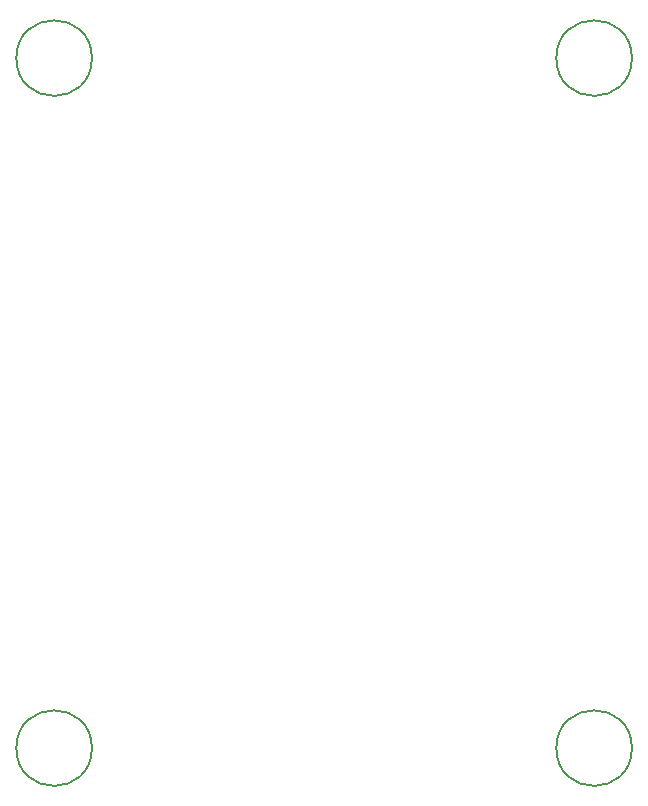
<source format=gbr>
%TF.GenerationSoftware,KiCad,Pcbnew,(5.1.12)-1*%
%TF.CreationDate,2021-12-20T17:02:30+01:00*%
%TF.ProjectId,PCB_Chair_tracker,5043425f-4368-4616-9972-5f747261636b,rev?*%
%TF.SameCoordinates,Original*%
%TF.FileFunction,Other,Comment*%
%FSLAX46Y46*%
G04 Gerber Fmt 4.6, Leading zero omitted, Abs format (unit mm)*
G04 Created by KiCad (PCBNEW (5.1.12)-1) date 2021-12-20 17:02:30*
%MOMM*%
%LPD*%
G01*
G04 APERTURE LIST*
%ADD10C,0.150000*%
G04 APERTURE END LIST*
D10*
%TO.C,H1*%
X170840000Y-118110000D02*
G75*
G03*
X170840000Y-118110000I-3200000J0D01*
G01*
%TO.C,H2*%
X125120000Y-59690000D02*
G75*
G03*
X125120000Y-59690000I-3200000J0D01*
G01*
%TO.C,H1*%
X170840000Y-59690000D02*
G75*
G03*
X170840000Y-59690000I-3200000J0D01*
G01*
%TO.C,H2*%
X125120000Y-118110000D02*
G75*
G03*
X125120000Y-118110000I-3200000J0D01*
G01*
%TD*%
M02*

</source>
